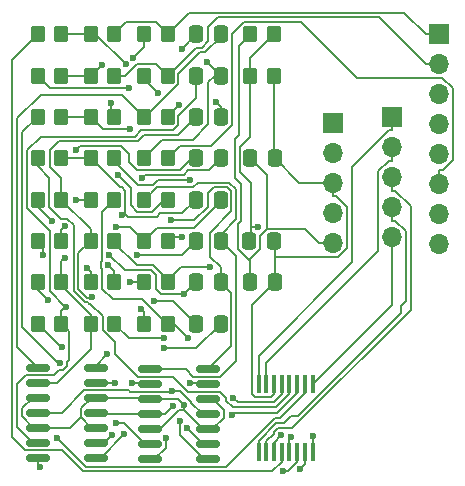
<source format=gbr>
%TF.GenerationSoftware,KiCad,Pcbnew,8.0.4*%
%TF.CreationDate,2024-08-15T03:18:53+02:00*%
%TF.ProjectId,breakout_dac,62726561-6b6f-4757-945f-6461632e6b69,rev?*%
%TF.SameCoordinates,Original*%
%TF.FileFunction,Copper,L1,Top*%
%TF.FilePolarity,Positive*%
%FSLAX46Y46*%
G04 Gerber Fmt 4.6, Leading zero omitted, Abs format (unit mm)*
G04 Created by KiCad (PCBNEW 8.0.4) date 2024-08-15 03:18:53*
%MOMM*%
%LPD*%
G01*
G04 APERTURE LIST*
G04 Aperture macros list*
%AMRoundRect*
0 Rectangle with rounded corners*
0 $1 Rounding radius*
0 $2 $3 $4 $5 $6 $7 $8 $9 X,Y pos of 4 corners*
0 Add a 4 corners polygon primitive as box body*
4,1,4,$2,$3,$4,$5,$6,$7,$8,$9,$2,$3,0*
0 Add four circle primitives for the rounded corners*
1,1,$1+$1,$2,$3*
1,1,$1+$1,$4,$5*
1,1,$1+$1,$6,$7*
1,1,$1+$1,$8,$9*
0 Add four rect primitives between the rounded corners*
20,1,$1+$1,$2,$3,$4,$5,0*
20,1,$1+$1,$4,$5,$6,$7,0*
20,1,$1+$1,$6,$7,$8,$9,0*
20,1,$1+$1,$8,$9,$2,$3,0*%
G04 Aperture macros list end*
%TA.AperFunction,ComponentPad*%
%ADD10O,1.700000X1.700000*%
%TD*%
%TA.AperFunction,ComponentPad*%
%ADD11R,1.700000X1.700000*%
%TD*%
%TA.AperFunction,SMDPad,CuDef*%
%ADD12RoundRect,0.051250X0.153750X-0.733750X0.153750X0.733750X-0.153750X0.733750X-0.153750X-0.733750X0*%
%TD*%
%TA.AperFunction,SMDPad,CuDef*%
%ADD13RoundRect,0.150000X-0.835000X-0.150000X0.835000X-0.150000X0.835000X0.150000X-0.835000X0.150000X0*%
%TD*%
%TA.AperFunction,SMDPad,CuDef*%
%ADD14RoundRect,0.150000X0.835000X0.150000X-0.835000X0.150000X-0.835000X-0.150000X0.835000X-0.150000X0*%
%TD*%
%TA.AperFunction,SMDPad,CuDef*%
%ADD15RoundRect,0.250000X-0.350000X-0.450000X0.350000X-0.450000X0.350000X0.450000X-0.350000X0.450000X0*%
%TD*%
%TA.AperFunction,SMDPad,CuDef*%
%ADD16RoundRect,0.250000X-0.337500X-0.475000X0.337500X-0.475000X0.337500X0.475000X-0.337500X0.475000X0*%
%TD*%
%TA.AperFunction,ViaPad*%
%ADD17C,0.600000*%
%TD*%
%TA.AperFunction,Conductor*%
%ADD18C,0.200000*%
%TD*%
G04 APERTURE END LIST*
D10*
%TO.P,VOUT_DAC1,8,Pin_8*%
%TO.N,/CVH_DAC*%
X96500000Y-109240000D03*
%TO.P,VOUT_DAC1,7,Pin_7*%
%TO.N,/CVG_DAC*%
X96500000Y-106700000D03*
%TO.P,VOUT_DAC1,6,Pin_6*%
%TO.N,/CVF_DAC*%
X96500000Y-104160000D03*
%TO.P,VOUT_DAC1,5,Pin_5*%
%TO.N,/CVE_DAC*%
X96500000Y-101620000D03*
%TO.P,VOUT_DAC1,4,Pin_4*%
%TO.N,/CVD_DAC*%
X96500000Y-99080000D03*
%TO.P,VOUT_DAC1,3,Pin_3*%
%TO.N,/CVC_DAC*%
X96500000Y-96540000D03*
%TO.P,VOUT_DAC1,2,Pin_2*%
%TO.N,/CVB_DAC*%
X96500000Y-94000000D03*
D11*
%TO.P,VOUT_DAC1,1,Pin_1*%
%TO.N,/CVA_DAC*%
X96500000Y-91460000D03*
%TD*%
D12*
%TO.P,dac,1,~{LDAC}*%
%TO.N,/LDAC_DAC*%
X81225000Y-126870000D03*
%TO.P,dac,2,~{SYNC}*%
%TO.N,/SYNC_DAC*%
X81875000Y-126870000D03*
%TO.P,dac,3,AVDD*%
%TO.N,/VDD_DAC*%
X82525000Y-126870000D03*
%TO.P,dac,4,VOUTA*%
%TO.N,/VOUTA_DAC*%
X83175000Y-126870000D03*
%TO.P,dac,5,VOUTC*%
%TO.N,/VOUTC_DAC*%
X83825000Y-126870000D03*
%TO.P,dac,6,VOUTE*%
%TO.N,/VOUTE_DAC*%
X84475000Y-126870000D03*
%TO.P,dac,7,VOUTG*%
%TO.N,/VOUTG_DAC*%
X85125000Y-126870000D03*
%TO.P,dac,8,VREFIN/VREFOUT*%
%TO.N,/VREF_2V5_DAC*%
X85775000Y-126870000D03*
%TO.P,dac,9,~{CLR}*%
%TO.N,/CLR_DAC*%
X85775000Y-121130000D03*
%TO.P,dac,10,VOUTH*%
%TO.N,/VOUTH_DAC*%
X85125000Y-121130000D03*
%TO.P,dac,11,VOUTF*%
%TO.N,/VOUTF_DAC*%
X84475000Y-121130000D03*
%TO.P,dac,12,VOUTD*%
%TO.N,/VOUTD_DAC*%
X83825000Y-121130000D03*
%TO.P,dac,13,VOUTB*%
%TO.N,/VOUTB_DAC*%
X83175000Y-121130000D03*
%TO.P,dac,14,GND*%
%TO.N,GND*%
X82525000Y-121130000D03*
%TO.P,dac,15,DIN*%
%TO.N,/DIN_DAC*%
X81875000Y-121130000D03*
%TO.P,dac,16,SCLK*%
%TO.N,/SCLK_DAC*%
X81225000Y-121130000D03*
%TD*%
D13*
%TO.P,opa2,1*%
%TO.N,Net-(C8-Pad2)*%
X62500000Y-119730000D03*
%TO.P,opa2,2*%
%TO.N,Net-(C8-Pad1)*%
X62500000Y-121000000D03*
%TO.P,opa2,3*%
%TO.N,/VBIAS_DAC*%
X62500000Y-122270000D03*
%TO.P,opa2,4*%
%TO.N,/V+DAC*%
X62500000Y-123540000D03*
%TO.P,opa2,5*%
%TO.N,/VBIAS_DAC*%
X62500000Y-124810000D03*
%TO.P,opa2,6*%
%TO.N,Net-(C9-Pad1)*%
X62500000Y-126080000D03*
%TO.P,opa2,7*%
%TO.N,Net-(C9-Pad2)*%
X62500000Y-127350000D03*
%TO.P,opa2,8*%
%TO.N,Net-(C10-Pad2)*%
X67450000Y-127350000D03*
%TO.P,opa2,9*%
%TO.N,Net-(C10-Pad1)*%
X67450000Y-126080000D03*
%TO.P,opa2,10*%
%TO.N,/VBIAS_DAC*%
X67450000Y-124810000D03*
%TO.P,opa2,11*%
%TO.N,/V-DAC*%
X67450000Y-123540000D03*
%TO.P,opa2,12*%
%TO.N,/VBIAS_DAC*%
X67450000Y-122270000D03*
%TO.P,opa2,13*%
%TO.N,Net-(C4-Pad1)*%
X67450000Y-121000000D03*
%TO.P,opa2,14*%
%TO.N,Net-(C4-Pad2)*%
X67450000Y-119730000D03*
%TD*%
D14*
%TO.P,opa1,1*%
%TO.N,Net-(C1-Pad2)*%
X76925000Y-127500000D03*
%TO.P,opa1,2*%
%TO.N,Net-(C1-Pad1)*%
X76925000Y-126230000D03*
%TO.P,opa1,3*%
%TO.N,/VBIAS_DAC*%
X76925000Y-124960000D03*
%TO.P,opa1,4*%
%TO.N,/V+DAC*%
X76925000Y-123690000D03*
%TO.P,opa1,5*%
%TO.N,/VBIAS_DAC*%
X76925000Y-122420000D03*
%TO.P,opa1,6*%
%TO.N,Net-(C2-Pad1)*%
X76925000Y-121150000D03*
%TO.P,opa1,7*%
%TO.N,Net-(C2-Pad2)*%
X76925000Y-119880000D03*
%TO.P,opa1,8*%
%TO.N,Net-(C3-Pad2)*%
X71975000Y-119880000D03*
%TO.P,opa1,9*%
%TO.N,Net-(C3-Pad1)*%
X71975000Y-121150000D03*
%TO.P,opa1,10*%
%TO.N,/VBIAS_DAC*%
X71975000Y-122420000D03*
%TO.P,opa1,11*%
%TO.N,/V-DAC*%
X71975000Y-123690000D03*
%TO.P,opa1,12*%
%TO.N,/VBIAS_DAC*%
X71975000Y-124960000D03*
%TO.P,opa1,13*%
%TO.N,Net-(C11-Pad1)*%
X71975000Y-126230000D03*
%TO.P,opa1,14*%
%TO.N,Net-(C11-Pad2)*%
X71975000Y-127500000D03*
%TD*%
D11*
%TO.P,SPIPINS_DAC1,1,Pin_1*%
%TO.N,/SCLK_DAC*%
X92500000Y-98500000D03*
D10*
%TO.P,SPIPINS_DAC1,2,Pin_2*%
%TO.N,/DIN_DAC*%
X92500000Y-101040000D03*
%TO.P,SPIPINS_DAC1,3,Pin_3*%
%TO.N,/SYNC_DAC*%
X92500000Y-103580000D03*
%TO.P,SPIPINS_DAC1,4,Pin_4*%
%TO.N,/LDAC_DAC*%
X92500000Y-106120000D03*
%TO.P,SPIPINS_DAC1,5,Pin_5*%
%TO.N,/CLR_DAC*%
X92500000Y-108660000D03*
%TD*%
D15*
%TO.P,R26,1*%
%TO.N,Net-(C11-Pad2)*%
X71500000Y-116000000D03*
%TO.P,R26,2*%
%TO.N,/CVH_DAC*%
X73500000Y-116000000D03*
%TD*%
%TO.P,R25,1*%
%TO.N,Net-(C10-Pad2)*%
X71500000Y-112500000D03*
%TO.P,R25,2*%
%TO.N,/CVG_DAC*%
X73500000Y-112500000D03*
%TD*%
%TO.P,R24,1*%
%TO.N,Net-(C9-Pad2)*%
X71500000Y-102000000D03*
%TO.P,R24,2*%
%TO.N,/CVF_DAC*%
X73500000Y-102000000D03*
%TD*%
%TO.P,R23,1*%
%TO.N,Net-(C8-Pad2)*%
X71500000Y-98500000D03*
%TO.P,R23,2*%
%TO.N,/CVE_DAC*%
X73500000Y-98500000D03*
%TD*%
%TO.P,R22,1*%
%TO.N,Net-(C11-Pad1)*%
X67000000Y-105500000D03*
%TO.P,R22,2*%
%TO.N,/CVH_DAC*%
X69000000Y-105500000D03*
%TD*%
%TO.P,R21,1*%
%TO.N,Net-(C10-Pad1)*%
X67000000Y-109000000D03*
%TO.P,R21,2*%
%TO.N,/CVG_DAC*%
X69000000Y-109000000D03*
%TD*%
%TO.P,R20,1*%
%TO.N,Net-(C9-Pad1)*%
X67000000Y-112500000D03*
%TO.P,R20,2*%
%TO.N,/CVF_DAC*%
X69000000Y-112500000D03*
%TD*%
%TO.P,R19,1*%
%TO.N,Net-(C8-Pad1)*%
X67000000Y-116000000D03*
%TO.P,R19,2*%
%TO.N,/CVE_DAC*%
X69000000Y-116000000D03*
%TD*%
%TO.P,R18,1*%
%TO.N,/VREF_2V5_DAC*%
X80500000Y-91500000D03*
%TO.P,R18,2*%
%TO.N,/VBIAS_DAC*%
X82500000Y-91500000D03*
%TD*%
%TO.P,R17,1*%
%TO.N,/VBIAS_DAC*%
X80500000Y-95000000D03*
%TO.P,R17,2*%
%TO.N,GND*%
X82500000Y-95000000D03*
%TD*%
%TO.P,R16,1*%
%TO.N,/VOUTH_DAC*%
X62500000Y-109000000D03*
%TO.P,R16,2*%
%TO.N,Net-(C11-Pad1)*%
X64500000Y-109000000D03*
%TD*%
%TO.P,R15,1*%
%TO.N,/VOUTG_DAC*%
X62500000Y-105500000D03*
%TO.P,R15,2*%
%TO.N,Net-(C10-Pad1)*%
X64500000Y-105500000D03*
%TD*%
%TO.P,R14,2*%
%TO.N,Net-(C9-Pad1)*%
X64500000Y-116000000D03*
%TO.P,R14,1*%
%TO.N,/VOUTF_DAC*%
X62500000Y-116000000D03*
%TD*%
%TO.P,R13,1*%
%TO.N,/VOUTE_DAC*%
X62500000Y-112500000D03*
%TO.P,R13,2*%
%TO.N,Net-(C8-Pad1)*%
X64500000Y-112500000D03*
%TD*%
%TO.P,R12,1*%
%TO.N,Net-(C4-Pad2)*%
X71500000Y-109000000D03*
%TO.P,R12,2*%
%TO.N,/CVD_DAC*%
X73500000Y-109000000D03*
%TD*%
%TO.P,R11,1*%
%TO.N,Net-(C3-Pad2)*%
X71500000Y-105500000D03*
%TO.P,R11,2*%
%TO.N,/CVC_DAC*%
X73500000Y-105500000D03*
%TD*%
%TO.P,R10,1*%
%TO.N,Net-(C2-Pad2)*%
X71500000Y-95000000D03*
%TO.P,R10,2*%
%TO.N,/CVB_DAC*%
X73500000Y-95000000D03*
%TD*%
%TO.P,R9,1*%
%TO.N,Net-(C1-Pad2)*%
X71500000Y-91500000D03*
%TO.P,R9,2*%
%TO.N,/CVA_DAC*%
X73500000Y-91500000D03*
%TD*%
%TO.P,R8,1*%
%TO.N,Net-(C4-Pad1)*%
X67000000Y-102000000D03*
%TO.P,R8,2*%
%TO.N,/CVD_DAC*%
X69000000Y-102000000D03*
%TD*%
%TO.P,R7,1*%
%TO.N,Net-(C3-Pad1)*%
X67000000Y-98500000D03*
%TO.P,R7,2*%
%TO.N,/CVC_DAC*%
X69000000Y-98500000D03*
%TD*%
%TO.P,R6,1*%
%TO.N,Net-(C2-Pad1)*%
X67000000Y-95000000D03*
%TO.P,R6,2*%
%TO.N,/CVB_DAC*%
X69000000Y-95000000D03*
%TD*%
%TO.P,R5,1*%
%TO.N,Net-(C1-Pad1)*%
X67000000Y-91500000D03*
%TO.P,R5,2*%
%TO.N,/CVA_DAC*%
X69000000Y-91500000D03*
%TD*%
%TO.P,R4,1*%
%TO.N,/VOUTD_DAC*%
X62500000Y-102000000D03*
%TO.P,R4,2*%
%TO.N,Net-(C4-Pad1)*%
X64500000Y-102000000D03*
%TD*%
%TO.P,R3,1*%
%TO.N,/VOUTC_DAC*%
X62500000Y-98500000D03*
%TO.P,R3,2*%
%TO.N,Net-(C3-Pad1)*%
X64500000Y-98500000D03*
%TD*%
%TO.P,R2,1*%
%TO.N,/VOUTB_DAC*%
X62500000Y-95000000D03*
%TO.P,R2,2*%
%TO.N,Net-(C2-Pad1)*%
X64500000Y-95000000D03*
%TD*%
%TO.P,R1,1*%
%TO.N,/VOUTA_DAC*%
X62500000Y-91500000D03*
%TO.P,R1,2*%
%TO.N,Net-(C1-Pad1)*%
X64500000Y-91500000D03*
%TD*%
D11*
%TO.P,PWRPINS_DAC1,1,Pin_1*%
%TO.N,/V+DAC*%
X87500000Y-99000000D03*
D10*
%TO.P,PWRPINS_DAC1,2,Pin_2*%
%TO.N,/V-DAC*%
X87500000Y-101540000D03*
%TO.P,PWRPINS_DAC1,3,Pin_3*%
%TO.N,GND*%
X87500000Y-104080000D03*
%TO.P,PWRPINS_DAC1,4,Pin_4*%
%TO.N,/VDD_DAC*%
X87500000Y-106620000D03*
%TO.P,PWRPINS_DAC1,5,Pin_5*%
%TO.N,/VREF_2V5_DAC*%
X87500000Y-109160000D03*
%TD*%
D16*
%TO.P,C11,2*%
%TO.N,Net-(C11-Pad2)*%
X78000000Y-102000000D03*
%TO.P,C11,1*%
%TO.N,Net-(C11-Pad1)*%
X75925000Y-102000000D03*
%TD*%
%TO.P,C10,2*%
%TO.N,Net-(C10-Pad2)*%
X78000000Y-98500000D03*
%TO.P,C10,1*%
%TO.N,Net-(C10-Pad1)*%
X75925000Y-98500000D03*
%TD*%
%TO.P,C9,2*%
%TO.N,Net-(C9-Pad2)*%
X78000000Y-95000000D03*
%TO.P,C9,1*%
%TO.N,Net-(C9-Pad1)*%
X75925000Y-95000000D03*
%TD*%
%TO.P,C8,2*%
%TO.N,Net-(C8-Pad2)*%
X78000000Y-91500000D03*
%TO.P,C8,1*%
%TO.N,Net-(C8-Pad1)*%
X75925000Y-91500000D03*
%TD*%
%TO.P,C7,1*%
%TO.N,/VBIAS_DAC*%
X80425000Y-109000000D03*
%TO.P,C7,2*%
%TO.N,GND*%
X82500000Y-109000000D03*
%TD*%
%TO.P,C6,1*%
%TO.N,/VREF_2V5_DAC*%
X80500000Y-102000000D03*
%TO.P,C6,2*%
%TO.N,GND*%
X82575000Y-102000000D03*
%TD*%
%TO.P,C5,1*%
%TO.N,/VREF_2V5_DAC*%
X80500000Y-112500000D03*
%TO.P,C5,2*%
%TO.N,GND*%
X82575000Y-112500000D03*
%TD*%
%TO.P,C4,2*%
%TO.N,Net-(C4-Pad2)*%
X78000000Y-105500000D03*
%TO.P,C4,1*%
%TO.N,Net-(C4-Pad1)*%
X75925000Y-105500000D03*
%TD*%
%TO.P,C3,2*%
%TO.N,Net-(C3-Pad2)*%
X78000000Y-109000000D03*
%TO.P,C3,1*%
%TO.N,Net-(C3-Pad1)*%
X75925000Y-109000000D03*
%TD*%
%TO.P,C2,2*%
%TO.N,Net-(C2-Pad2)*%
X78000000Y-112500000D03*
%TO.P,C2,1*%
%TO.N,Net-(C2-Pad1)*%
X75925000Y-112500000D03*
%TD*%
%TO.P,C1,2*%
%TO.N,Net-(C1-Pad2)*%
X78000000Y-116000000D03*
%TO.P,C1,1*%
%TO.N,Net-(C1-Pad1)*%
X75925000Y-116000000D03*
%TD*%
D17*
%TO.N,/CVH_DAC*%
X75245000Y-117204000D03*
%TO.N,/CVG_DAC*%
X77124900Y-111201000D03*
%TO.N,/CVF_DAC*%
X68478400Y-111037000D03*
%TO.N,/CVE_DAC*%
X74433600Y-97534800D03*
X73235400Y-117203000D03*
%TO.N,/VOUTH_DAC*%
X62951600Y-110229000D03*
X64147500Y-125672000D03*
%TO.N,/VOUTG_DAC*%
X63746600Y-107340000D03*
X84711600Y-128323000D03*
%TO.N,/VOUTF_DAC*%
X64551600Y-117962000D03*
X78921200Y-123752000D03*
%TO.N,/VOUTE_DAC*%
X63346600Y-113984000D03*
X83296600Y-128470000D03*
%TO.N,/CVD_DAC*%
X75380800Y-103838000D03*
X74767200Y-108634000D03*
%TO.N,/CVC_DAC*%
X68734200Y-97293200D03*
X69283300Y-103420000D03*
%TO.N,/VOUTC_DAC*%
X64395000Y-119310000D03*
X83955400Y-125562000D03*
%TO.N,/VOUTB_DAC*%
X70239900Y-96068800D03*
X79080900Y-122290000D03*
%TO.N,/VDD_DAC*%
X83139100Y-125454000D03*
%TO.N,/V+DAC*%
X73837800Y-121694000D03*
%TO.N,/V-DAC*%
X73955300Y-122983000D03*
%TO.N,Net-(C11-Pad1)*%
X64798300Y-107764000D03*
X69106300Y-124420000D03*
X65786800Y-105521000D03*
X65786800Y-101282000D03*
%TO.N,Net-(C11-Pad2)*%
X71282500Y-114741000D03*
X71336200Y-103680000D03*
X73337000Y-125663000D03*
%TO.N,Net-(C10-Pad2)*%
X70294500Y-112500000D03*
X77567800Y-97226300D03*
X69840400Y-125340000D03*
%TO.N,Net-(C10-Pad1)*%
X67128800Y-113736000D03*
X68791500Y-125403000D03*
%TO.N,Net-(C9-Pad1)*%
X64896100Y-114564000D03*
X66648400Y-111297000D03*
%TO.N,Net-(C9-Pad2)*%
X76816500Y-93884100D03*
X62713000Y-128155000D03*
%TO.N,Net-(C8-Pad1)*%
X74688400Y-92736600D03*
X64816700Y-110414000D03*
%TO.N,/VBIAS_DAC*%
X81159700Y-107834000D03*
X74894700Y-122875000D03*
%TO.N,/VREF_2V5_DAC*%
X85803600Y-125556000D03*
%TO.N,Net-(C4-Pad1)*%
X69057600Y-121000000D03*
X69685300Y-106844000D03*
%TO.N,Net-(C4-Pad2)*%
X69158900Y-107787000D03*
X68414100Y-118586000D03*
%TO.N,Net-(C3-Pad1)*%
X70876000Y-110207000D03*
X70340500Y-99560100D03*
X70487500Y-121049000D03*
%TO.N,Net-(C2-Pad2)*%
X73833600Y-107271000D03*
X72670200Y-96443900D03*
%TO.N,Net-(C2-Pad1)*%
X67953000Y-94081800D03*
X68582000Y-110213000D03*
X74893400Y-113528000D03*
X75382700Y-121062000D03*
%TO.N,Net-(C1-Pad2)*%
X73187300Y-118049000D03*
X70565000Y-93475700D03*
X74514800Y-124219000D03*
%TO.N,Net-(C1-Pad1)*%
X75117000Y-124823000D03*
X69953200Y-94054400D03*
X72336000Y-114064000D03*
%TD*%
D18*
%TO.N,/SYNC_DAC*%
X81875000Y-125979000D02*
X81875000Y-126870000D01*
X82535800Y-125319000D02*
X81875000Y-125979000D01*
X82535800Y-125205000D02*
X82535800Y-125319000D01*
X82888400Y-124853000D02*
X82535800Y-125205000D01*
X84069500Y-124853000D02*
X82888400Y-124853000D01*
X94073900Y-114848000D02*
X84069500Y-124853000D01*
X94073900Y-106018000D02*
X94073900Y-114848000D01*
X92787900Y-104732000D02*
X94073900Y-106018000D01*
X92500000Y-104732000D02*
X92787900Y-104732000D01*
X92500000Y-103580000D02*
X92500000Y-104732000D01*
%TO.N,/LDAC_DAC*%
X81225000Y-125948000D02*
X81225000Y-126870000D01*
X82722100Y-124451000D02*
X81225000Y-125948000D01*
X83337400Y-124451000D02*
X82722100Y-124451000D01*
X83968700Y-123820000D02*
X83337400Y-124451000D01*
X84534500Y-123820000D02*
X83968700Y-123820000D01*
X93270500Y-115084000D02*
X84534500Y-123820000D01*
X93270500Y-114516000D02*
X93270500Y-115084000D01*
X93672200Y-114114000D02*
X93270500Y-114516000D01*
X93672200Y-108180000D02*
X93672200Y-114114000D01*
X92764100Y-107272000D02*
X93672200Y-108180000D01*
X92500000Y-107272000D02*
X92764100Y-107272000D01*
X92500000Y-106120000D02*
X92500000Y-107272000D01*
%TO.N,/SCLK_DAC*%
X81225000Y-118725000D02*
X81225000Y-121130000D01*
X89146500Y-110804000D02*
X81225000Y-118725000D01*
X89146500Y-102717000D02*
X89146500Y-110804000D01*
X92212100Y-99651700D02*
X89146500Y-102717000D01*
X92500000Y-99651700D02*
X92212100Y-99651700D01*
X92500000Y-98500000D02*
X92500000Y-99651700D01*
%TO.N,/DIN_DAC*%
X81875000Y-119352000D02*
X81875000Y-121130000D01*
X91348300Y-109879000D02*
X81875000Y-119352000D01*
X91348300Y-103055000D02*
X91348300Y-109879000D01*
X92212000Y-102192000D02*
X91348300Y-103055000D01*
X92500000Y-102192000D02*
X92212000Y-102192000D01*
X92500000Y-101040000D02*
X92500000Y-102192000D01*
%TO.N,/CLR_DAC*%
X92500000Y-114405000D02*
X85775000Y-121130000D01*
X92500000Y-108660000D02*
X92500000Y-114405000D01*
%TO.N,/CVH_DAC*%
X73420700Y-116000000D02*
X73500000Y-116000000D01*
X71358700Y-113938000D02*
X73420700Y-116000000D01*
X68845700Y-113938000D02*
X71358700Y-113938000D01*
X67980200Y-113072000D02*
X68845700Y-113938000D01*
X67980200Y-111389000D02*
X67980200Y-113072000D01*
X67876700Y-111286000D02*
X67980200Y-111389000D01*
X67876700Y-110788000D02*
X67876700Y-111286000D01*
X67980200Y-110684000D02*
X67876700Y-110788000D01*
X67980200Y-106520000D02*
X67980200Y-110684000D01*
X69000000Y-105500000D02*
X67980200Y-106520000D01*
X74040900Y-116000000D02*
X75245000Y-117204000D01*
X73500000Y-116000000D02*
X74040900Y-116000000D01*
%TO.N,/CVG_DAC*%
X73500000Y-112343000D02*
X73500000Y-112500000D01*
X74642000Y-111201000D02*
X77124900Y-111201000D01*
X73500000Y-112343000D02*
X74642000Y-111201000D01*
X72232800Y-111076000D02*
X73500000Y-112343000D01*
X70894000Y-111076000D02*
X72232800Y-111076000D01*
X69000000Y-109182000D02*
X70894000Y-111076000D01*
X69000000Y-109000000D02*
X69000000Y-109182000D01*
%TO.N,/CVF_DAC*%
X74560400Y-100940000D02*
X73500000Y-102000000D01*
X77171900Y-100940000D02*
X74560400Y-100940000D01*
X78922700Y-99188800D02*
X77171900Y-100940000D01*
X78922700Y-91495800D02*
X78922700Y-99188800D01*
X79941700Y-90476800D02*
X78922700Y-91495800D01*
X84841200Y-90476800D02*
X79941700Y-90476800D01*
X89536200Y-95171800D02*
X84841200Y-90476800D01*
X96776700Y-95171800D02*
X89536200Y-95171800D01*
X97663500Y-96058600D02*
X96776700Y-95171800D01*
X97663500Y-102133000D02*
X97663500Y-96058600D01*
X96787900Y-103008000D02*
X97663500Y-102133000D01*
X96500000Y-103008000D02*
X96787900Y-103008000D01*
X96500000Y-104160000D02*
X96500000Y-103008000D01*
X69000000Y-111558000D02*
X68478400Y-111037000D01*
X69000000Y-112500000D02*
X69000000Y-111558000D01*
%TO.N,/CVE_DAC*%
X73500000Y-98468400D02*
X74433600Y-97534800D01*
X73500000Y-98500000D02*
X73500000Y-98468400D01*
X70203000Y-117203000D02*
X73235400Y-117203000D01*
X69000000Y-116000000D02*
X70203000Y-117203000D01*
%TO.N,/VOUTH_DAC*%
X85125000Y-121883000D02*
X85125000Y-121130000D01*
X83017600Y-123990000D02*
X85125000Y-121883000D01*
X82567500Y-123990000D02*
X83017600Y-123990000D01*
X78441500Y-128116000D02*
X82567500Y-123990000D01*
X66591700Y-128116000D02*
X78441500Y-128116000D01*
X64147500Y-125672000D02*
X66591700Y-128116000D01*
X62951600Y-109452000D02*
X62951600Y-110229000D01*
X62500000Y-109000000D02*
X62951600Y-109452000D01*
%TO.N,/VOUTG_DAC*%
X85125000Y-127909000D02*
X84711600Y-128323000D01*
X85125000Y-126870000D02*
X85125000Y-127909000D01*
X62500000Y-106094000D02*
X63746600Y-107340000D01*
X62500000Y-105500000D02*
X62500000Y-106094000D01*
%TO.N,/VOUTF_DAC*%
X84475000Y-121915000D02*
X84475000Y-121130000D01*
X82801100Y-123589000D02*
X84475000Y-121915000D01*
X79084800Y-123589000D02*
X82801100Y-123589000D01*
X78921200Y-123752000D02*
X79084800Y-123589000D01*
X64461900Y-117962000D02*
X64551600Y-117962000D01*
X62500000Y-116000000D02*
X64461900Y-117962000D01*
%TO.N,/VOUTE_DAC*%
X83696900Y-128470000D02*
X83296600Y-128470000D01*
X84475000Y-127692000D02*
X83696900Y-128470000D01*
X84475000Y-126870000D02*
X84475000Y-127692000D01*
X62500000Y-113137000D02*
X63346600Y-113984000D01*
X62500000Y-112500000D02*
X62500000Y-113137000D01*
%TO.N,/CVD_DAC*%
X73866000Y-108634000D02*
X73500000Y-109000000D01*
X74767200Y-108634000D02*
X73866000Y-108634000D01*
X72682100Y-103838000D02*
X75380800Y-103838000D01*
X72236600Y-104283000D02*
X72682100Y-103838000D01*
X71009700Y-104283000D02*
X72236600Y-104283000D01*
X69000000Y-102274000D02*
X71009700Y-104283000D01*
X69000000Y-102000000D02*
X69000000Y-102274000D01*
%TO.N,/CVC_DAC*%
X68734200Y-98234200D02*
X68734200Y-97293200D01*
X69000000Y-98500000D02*
X68734200Y-98234200D01*
X73231300Y-105500000D02*
X73500000Y-105500000D01*
X72214600Y-106517000D02*
X73231300Y-105500000D01*
X70935100Y-106517000D02*
X72214600Y-106517000D01*
X70391000Y-105973000D02*
X70935100Y-106517000D01*
X70391000Y-104528000D02*
X70391000Y-105973000D01*
X69283300Y-103420000D02*
X70391000Y-104528000D01*
%TO.N,/CVB_DAC*%
X72497300Y-93997300D02*
X73500000Y-95000000D01*
X70921100Y-93997300D02*
X72497300Y-93997300D01*
X69918400Y-95000000D02*
X70921100Y-93997300D01*
X69000000Y-95000000D02*
X69918400Y-95000000D01*
X75875500Y-92624500D02*
X73500000Y-95000000D01*
X76449100Y-92624500D02*
X75875500Y-92624500D01*
X76962500Y-92111100D02*
X76449100Y-92624500D01*
X76962500Y-90918900D02*
X76962500Y-92111100D01*
X77810800Y-90070600D02*
X76962500Y-90918900D01*
X91418900Y-90070600D02*
X77810800Y-90070600D01*
X95348300Y-94000000D02*
X91418900Y-90070600D01*
X96500000Y-94000000D02*
X95348300Y-94000000D01*
%TO.N,/CVA_DAC*%
X72488900Y-90488900D02*
X73500000Y-91500000D01*
X70011100Y-90488900D02*
X72488900Y-90488900D01*
X69000000Y-91500000D02*
X70011100Y-90488900D01*
X75335600Y-89664400D02*
X73500000Y-91500000D01*
X93552700Y-89664400D02*
X75335600Y-89664400D01*
X95348300Y-91460000D02*
X93552700Y-89664400D01*
X96500000Y-91460000D02*
X95348300Y-91460000D01*
%TO.N,/VOUTD_DAC*%
X83825000Y-121956000D02*
X83825000Y-121130000D01*
X82715700Y-123065000D02*
X83825000Y-121956000D01*
X79005200Y-123065000D02*
X82715700Y-123065000D01*
X78479200Y-122539000D02*
X79005200Y-123065000D01*
X78479200Y-122327000D02*
X78479200Y-122539000D01*
X77937500Y-121785000D02*
X78479200Y-122327000D01*
X75254900Y-121785000D02*
X77937500Y-121785000D01*
X73990500Y-120521000D02*
X75254900Y-121785000D01*
X70987300Y-120521000D02*
X73990500Y-120521000D01*
X69015800Y-118549000D02*
X70987300Y-120521000D01*
X69015800Y-117599000D02*
X69015800Y-118549000D01*
X68000000Y-116583000D02*
X69015800Y-117599000D01*
X68000000Y-115372000D02*
X68000000Y-116583000D01*
X66966000Y-114338000D02*
X68000000Y-115372000D01*
X66879700Y-114338000D02*
X66966000Y-114338000D01*
X66747400Y-114206000D02*
X66879700Y-114338000D01*
X66524700Y-114206000D02*
X66747400Y-114206000D01*
X65542700Y-113224000D02*
X66524700Y-114206000D01*
X65542700Y-107650000D02*
X65542700Y-113224000D01*
X65022100Y-107129000D02*
X65542700Y-107650000D01*
X64494900Y-107129000D02*
X65022100Y-107129000D01*
X63500000Y-106134000D02*
X64494900Y-107129000D01*
X63500000Y-103636000D02*
X63500000Y-106134000D01*
X62500000Y-102636000D02*
X63500000Y-103636000D01*
X62500000Y-102000000D02*
X62500000Y-102636000D01*
%TO.N,/VOUTC_DAC*%
X83825000Y-125692000D02*
X83825000Y-126870000D01*
X83955400Y-125562000D02*
X83825000Y-125692000D01*
X64205500Y-119310000D02*
X64395000Y-119310000D01*
X61180300Y-116284000D02*
X64205500Y-119310000D01*
X61180300Y-99819700D02*
X61180300Y-116284000D01*
X62500000Y-98500000D02*
X61180300Y-99819700D01*
%TO.N,/VOUTB_DAC*%
X83175000Y-121952000D02*
X83175000Y-121130000D01*
X82472900Y-122654000D02*
X83175000Y-121952000D01*
X79445200Y-122654000D02*
X82472900Y-122654000D01*
X79080900Y-122290000D02*
X79445200Y-122654000D01*
X63568800Y-96068800D02*
X62500000Y-95000000D01*
X70239900Y-96068800D02*
X63568800Y-96068800D01*
%TO.N,/VOUTA_DAC*%
X83175000Y-127706000D02*
X83175000Y-126870000D01*
X82362600Y-128518000D02*
X83175000Y-127706000D01*
X66327800Y-128518000D02*
X82362600Y-128518000D01*
X64524700Y-126715000D02*
X66327800Y-128518000D01*
X61449800Y-126715000D02*
X64524700Y-126715000D01*
X60354000Y-125619000D02*
X61449800Y-126715000D01*
X60354000Y-93646000D02*
X60354000Y-125619000D01*
X62500000Y-91500000D02*
X60354000Y-93646000D01*
%TO.N,/VDD_DAC*%
X82525000Y-126068000D02*
X83139100Y-125454000D01*
X82525000Y-126870000D02*
X82525000Y-126068000D01*
%TO.N,/V+DAC*%
X74576300Y-121694000D02*
X73837800Y-121694000D01*
X75496500Y-122614000D02*
X74576300Y-121694000D01*
X75496500Y-122716000D02*
X75496500Y-122614000D01*
X76470800Y-123690000D02*
X75496500Y-122716000D01*
X76925000Y-123690000D02*
X76470800Y-123690000D01*
X64545600Y-123540000D02*
X62500000Y-123540000D01*
X66450600Y-121635000D02*
X64545600Y-123540000D01*
X70222800Y-121635000D02*
X66450600Y-121635000D01*
X70352600Y-121765000D02*
X70222800Y-121635000D01*
X73766800Y-121765000D02*
X70352600Y-121765000D01*
X73837800Y-121694000D02*
X73766800Y-121765000D01*
%TO.N,/V-DAC*%
X73248600Y-123690000D02*
X71975000Y-123690000D01*
X73955300Y-122983000D02*
X73248600Y-123690000D01*
X67600000Y-123690000D02*
X67450000Y-123540000D01*
X71975000Y-123690000D02*
X67600000Y-123690000D01*
%TO.N,Net-(C11-Pad1)*%
X64500000Y-108062000D02*
X64500000Y-109000000D01*
X64798300Y-107764000D02*
X64500000Y-108062000D01*
X66978700Y-105521000D02*
X67000000Y-105500000D01*
X65786800Y-105521000D02*
X66978700Y-105521000D01*
X66087300Y-100981000D02*
X65786800Y-101282000D01*
X69565900Y-100981000D02*
X66087300Y-100981000D01*
X70250000Y-101665000D02*
X69565900Y-100981000D01*
X70250000Y-102332000D02*
X70250000Y-101665000D01*
X70920700Y-103003000D02*
X70250000Y-102332000D01*
X74596200Y-103003000D02*
X70920700Y-103003000D01*
X75598900Y-102000000D02*
X74596200Y-103003000D01*
X75925000Y-102000000D02*
X75598900Y-102000000D01*
X69809800Y-124420000D02*
X69106300Y-124420000D01*
X71620300Y-126230000D02*
X69809800Y-124420000D01*
X71975000Y-126230000D02*
X71620300Y-126230000D01*
%TO.N,Net-(C11-Pad2)*%
X71500000Y-114958000D02*
X71282500Y-114741000D01*
X71500000Y-116000000D02*
X71500000Y-114958000D01*
X72391700Y-127500000D02*
X71975000Y-127500000D01*
X73337000Y-126555000D02*
X72391700Y-127500000D01*
X73337000Y-125663000D02*
X73337000Y-126555000D01*
X76972300Y-103028000D02*
X78000000Y-102000000D01*
X75256300Y-103028000D02*
X76972300Y-103028000D01*
X74879500Y-103404000D02*
X75256300Y-103028000D01*
X71611300Y-103404000D02*
X74879500Y-103404000D01*
X71336200Y-103680000D02*
X71611300Y-103404000D01*
%TO.N,Net-(C10-Pad2)*%
X78000000Y-97658500D02*
X77567800Y-97226300D01*
X78000000Y-98500000D02*
X78000000Y-97658500D01*
X71500000Y-112500000D02*
X70294500Y-112500000D01*
X67830400Y-127350000D02*
X67450000Y-127350000D01*
X69840400Y-125340000D02*
X67830400Y-127350000D01*
%TO.N,Net-(C10-Pad1)*%
X67061100Y-113804000D02*
X67128800Y-113736000D01*
X66691000Y-113804000D02*
X67061100Y-113804000D01*
X65944400Y-113058000D02*
X66691000Y-113804000D01*
X65944400Y-110056000D02*
X65944400Y-113058000D01*
X67000000Y-109000000D02*
X65944400Y-110056000D01*
X68114900Y-126080000D02*
X68791500Y-125403000D01*
X67450000Y-126080000D02*
X68114900Y-126080000D01*
X67000000Y-108000000D02*
X67000000Y-109000000D01*
X64500000Y-105500000D02*
X67000000Y-108000000D01*
X64500000Y-103676000D02*
X64500000Y-105500000D01*
X63580300Y-102756000D02*
X64500000Y-103676000D01*
X63580300Y-101331000D02*
X63580300Y-102756000D01*
X64347500Y-100564000D02*
X63580300Y-101331000D01*
X70995000Y-100564000D02*
X64347500Y-100564000D01*
X71532700Y-100026000D02*
X70995000Y-100564000D01*
X74399100Y-100026000D02*
X71532700Y-100026000D01*
X75925000Y-98500000D02*
X74399100Y-100026000D01*
%TO.N,Net-(C9-Pad1)*%
X67000000Y-111649000D02*
X66648400Y-111297000D01*
X67000000Y-112500000D02*
X67000000Y-111649000D01*
X64836100Y-114564000D02*
X64896100Y-114564000D01*
X64500000Y-114900000D02*
X64836100Y-114564000D01*
X64500000Y-116000000D02*
X64500000Y-114900000D01*
X62132200Y-126080000D02*
X62500000Y-126080000D01*
X60783000Y-124731000D02*
X62132200Y-126080000D01*
X60783000Y-121089000D02*
X60783000Y-124731000D01*
X61507300Y-120365000D02*
X60783000Y-121089000D01*
X63898200Y-120365000D02*
X61507300Y-120365000D01*
X64351900Y-119911000D02*
X63898200Y-120365000D01*
X64644200Y-119911000D02*
X64351900Y-119911000D01*
X64996700Y-119559000D02*
X64644200Y-119911000D01*
X64996700Y-119266000D02*
X64996700Y-119559000D01*
X65157700Y-119106000D02*
X64996700Y-119266000D01*
X65157700Y-116658000D02*
X65157700Y-119106000D01*
X64500000Y-116000000D02*
X65157700Y-116658000D01*
X63553400Y-113282000D02*
X64836100Y-114564000D01*
X63553400Y-108144000D02*
X63553400Y-113282000D01*
X61582000Y-106172000D02*
X63553400Y-108144000D01*
X61582000Y-101334000D02*
X61582000Y-106172000D01*
X62753800Y-100162000D02*
X61582000Y-101334000D01*
X70709400Y-100162000D02*
X62753800Y-100162000D01*
X71267100Y-99604100D02*
X70709400Y-100162000D01*
X73979800Y-99604100D02*
X71267100Y-99604100D01*
X74418200Y-99165700D02*
X73979800Y-99604100D01*
X74418200Y-98401300D02*
X74418200Y-99165700D01*
X75925000Y-96894500D02*
X74418200Y-98401300D01*
X75925000Y-95000000D02*
X75925000Y-96894500D01*
%TO.N,Net-(C9-Pad2)*%
X62500000Y-127942000D02*
X62500000Y-127350000D01*
X62713000Y-128155000D02*
X62500000Y-127942000D01*
X77481300Y-95000000D02*
X78000000Y-95000000D01*
X77481300Y-94548900D02*
X76816500Y-93884100D01*
X77481300Y-95000000D02*
X77481300Y-94548900D01*
X76962500Y-95518800D02*
X77481300Y-95000000D01*
X76962500Y-99094400D02*
X76962500Y-95518800D01*
X75619300Y-100438000D02*
X76962500Y-99094400D01*
X73062400Y-100438000D02*
X75619300Y-100438000D01*
X71500000Y-102000000D02*
X73062400Y-100438000D01*
%TO.N,Net-(C8-Pad1)*%
X64500000Y-110731000D02*
X64500000Y-112500000D01*
X64816700Y-110414000D02*
X64500000Y-110731000D01*
X75925000Y-91500000D02*
X74688400Y-92736600D01*
X67000000Y-115249000D02*
X67000000Y-116000000D01*
X64500000Y-112749000D02*
X67000000Y-115249000D01*
X64500000Y-112500000D02*
X64500000Y-112749000D01*
X67000000Y-118124000D02*
X67000000Y-116000000D01*
X64123500Y-121000000D02*
X67000000Y-118124000D01*
X62500000Y-121000000D02*
X64123500Y-121000000D01*
%TO.N,Net-(C8-Pad2)*%
X71605600Y-98500000D02*
X71500000Y-98500000D01*
X74419500Y-95686100D02*
X71605600Y-98500000D01*
X74419500Y-94889700D02*
X74419500Y-95686100D01*
X76283000Y-93026200D02*
X74419500Y-94889700D01*
X76697500Y-93026200D02*
X76283000Y-93026200D01*
X78000000Y-91723700D02*
X76697500Y-93026200D01*
X78000000Y-91500000D02*
X78000000Y-91723700D01*
X60775800Y-118006000D02*
X62500000Y-119730000D01*
X60775800Y-98634900D02*
X60775800Y-118006000D01*
X62748600Y-96662100D02*
X60775800Y-98634900D01*
X69662100Y-96662100D02*
X62748600Y-96662100D01*
X71500000Y-98500000D02*
X69662100Y-96662100D01*
%TO.N,/VBIAS_DAC*%
X77290700Y-124960000D02*
X76925000Y-124960000D01*
X78241900Y-124009000D02*
X77290700Y-124960000D01*
X78241900Y-123354000D02*
X78241900Y-124009000D01*
X77307500Y-122420000D02*
X78241900Y-123354000D01*
X76925000Y-122420000D02*
X77307500Y-122420000D01*
X80569400Y-108856000D02*
X80569400Y-107834000D01*
X80425000Y-109000000D02*
X80569400Y-108856000D01*
X80500000Y-93500000D02*
X82500000Y-91500000D01*
X80500000Y-95000000D02*
X80500000Y-93500000D01*
X80500000Y-100168000D02*
X80500000Y-95000000D01*
X79598200Y-101070000D02*
X80500000Y-100168000D01*
X79598200Y-103153000D02*
X79598200Y-101070000D01*
X80569400Y-104125000D02*
X79598200Y-103153000D01*
X80569400Y-107834000D02*
X80569400Y-104125000D01*
X66161800Y-123184000D02*
X66161800Y-123924000D01*
X67076200Y-122270000D02*
X66161800Y-123184000D01*
X67450000Y-122270000D02*
X67076200Y-122270000D01*
X67047300Y-124810000D02*
X67450000Y-124810000D01*
X66161800Y-123924000D02*
X67047300Y-124810000D01*
X71825000Y-122270000D02*
X71975000Y-122420000D01*
X67450000Y-122270000D02*
X71825000Y-122270000D01*
X80569400Y-107834000D02*
X81159700Y-107834000D01*
X65276300Y-124810000D02*
X62500000Y-124810000D01*
X66161800Y-123924000D02*
X65276300Y-124810000D01*
X62104900Y-122270000D02*
X62500000Y-122270000D01*
X61198700Y-123176000D02*
X62104900Y-122270000D01*
X61198700Y-123863000D02*
X61198700Y-123176000D01*
X62145300Y-124810000D02*
X61198700Y-123863000D01*
X62500000Y-124810000D02*
X62145300Y-124810000D01*
X72013700Y-122381000D02*
X71975000Y-122420000D01*
X74400600Y-122381000D02*
X72013700Y-122381000D01*
X74894700Y-122875000D02*
X74400600Y-122381000D01*
X74894700Y-123337000D02*
X74894700Y-122875000D01*
X74500500Y-123337000D02*
X74894700Y-123337000D01*
X72877700Y-124960000D02*
X74500500Y-123337000D01*
X71975000Y-124960000D02*
X72877700Y-124960000D01*
X76517500Y-124960000D02*
X76925000Y-124960000D01*
X74894700Y-123337000D02*
X76517500Y-124960000D01*
%TO.N,/VREF_2V5_DAC*%
X81891400Y-103391000D02*
X81891400Y-107972000D01*
X80500000Y-102000000D02*
X81891400Y-103391000D01*
X86348300Y-109160000D02*
X87500000Y-109160000D01*
X85160600Y-107972000D02*
X86348300Y-109160000D01*
X81891400Y-107972000D02*
X85160600Y-107972000D01*
X81321000Y-108543000D02*
X81891400Y-107972000D01*
X81321000Y-109701000D02*
X81321000Y-108543000D01*
X80426500Y-110595000D02*
X81321000Y-109701000D01*
X79505300Y-109674000D02*
X80426500Y-110595000D01*
X79505300Y-107565000D02*
X79505300Y-109674000D01*
X79721300Y-107349000D02*
X79505300Y-107565000D01*
X79721300Y-104191000D02*
X79721300Y-107349000D01*
X79184900Y-103654000D02*
X79721300Y-104191000D01*
X79184900Y-100349000D02*
X79184900Y-103654000D01*
X79530100Y-100004000D02*
X79184900Y-100349000D01*
X79530100Y-92469900D02*
X79530100Y-100004000D01*
X80500000Y-91500000D02*
X79530100Y-92469900D01*
X80500000Y-110669000D02*
X80500000Y-112500000D01*
X80426500Y-110595000D02*
X80500000Y-110669000D01*
X85803600Y-126841000D02*
X85775000Y-126870000D01*
X85803600Y-125556000D02*
X85803600Y-126841000D01*
%TO.N,GND*%
X82575000Y-109075000D02*
X82500000Y-109000000D01*
X82575000Y-110362000D02*
X82575000Y-109075000D01*
X84655000Y-104080000D02*
X82575000Y-102000000D01*
X87500000Y-104080000D02*
X84655000Y-104080000D01*
X87929100Y-110362000D02*
X82575000Y-110362000D01*
X88659700Y-109631000D02*
X87929100Y-110362000D01*
X88659700Y-106123000D02*
X88659700Y-109631000D01*
X87768500Y-105232000D02*
X88659700Y-106123000D01*
X87500000Y-105232000D02*
X87768500Y-105232000D01*
X87500000Y-104080000D02*
X87500000Y-105232000D01*
X82500000Y-101925000D02*
X82575000Y-102000000D01*
X82500000Y-95000000D02*
X82500000Y-101925000D01*
X82575000Y-110362000D02*
X82575000Y-112500000D01*
X80658000Y-114417000D02*
X82575000Y-112500000D01*
X80658000Y-121958000D02*
X80658000Y-114417000D01*
X80942300Y-122242000D02*
X80658000Y-121958000D01*
X82247100Y-122242000D02*
X80942300Y-122242000D01*
X82525000Y-121964000D02*
X82247100Y-122242000D01*
X82525000Y-121130000D02*
X82525000Y-121964000D01*
%TO.N,Net-(C4-Pad1)*%
X67000000Y-102000000D02*
X64500000Y-102000000D01*
X69806700Y-106844000D02*
X69921500Y-106729000D01*
X69685300Y-106844000D02*
X69806700Y-106844000D01*
X67450000Y-121000000D02*
X69057600Y-121000000D01*
X69921500Y-104762000D02*
X69921500Y-106729000D01*
X69631800Y-104473000D02*
X69921500Y-104762000D01*
X69472800Y-104473000D02*
X69631800Y-104473000D01*
X67000000Y-102000000D02*
X69472800Y-104473000D01*
X70126300Y-106934000D02*
X69921500Y-106729000D01*
X72634100Y-106934000D02*
X70126300Y-106934000D01*
X72898800Y-106669000D02*
X72634100Y-106934000D01*
X74755800Y-106669000D02*
X72898800Y-106669000D01*
X75925000Y-105500000D02*
X74755800Y-106669000D01*
%TO.N,Net-(C4-Pad2)*%
X67450000Y-119550000D02*
X68414100Y-118586000D01*
X67450000Y-119730000D02*
X67450000Y-119550000D01*
X70286900Y-107787000D02*
X69158900Y-107787000D01*
X71500000Y-109000000D02*
X70286900Y-107787000D01*
X72610400Y-107890000D02*
X71500000Y-109000000D01*
X75726700Y-107890000D02*
X72610400Y-107890000D01*
X78000000Y-105616000D02*
X75726700Y-107890000D01*
X78000000Y-105500000D02*
X78000000Y-105616000D01*
%TO.N,Net-(C3-Pad1)*%
X64500000Y-98500000D02*
X67000000Y-98500000D01*
X74717700Y-110207000D02*
X70876000Y-110207000D01*
X75925000Y-109000000D02*
X74717700Y-110207000D01*
X68060100Y-99560100D02*
X70340500Y-99560100D01*
X67000000Y-98500000D02*
X68060100Y-99560100D01*
X70487500Y-121051000D02*
X70487500Y-121049000D01*
X71876000Y-121051000D02*
X70487500Y-121051000D01*
X71975000Y-121150000D02*
X71876000Y-121051000D01*
%TO.N,Net-(C3-Pad2)*%
X75051600Y-119880000D02*
X71975000Y-119880000D01*
X75686600Y-120515000D02*
X75051600Y-119880000D01*
X77954400Y-120515000D02*
X75686600Y-120515000D01*
X79317500Y-119152000D02*
X77954400Y-120515000D01*
X79317500Y-110318000D02*
X79317500Y-119152000D01*
X78000000Y-109000000D02*
X79317500Y-110318000D01*
X78000000Y-108479000D02*
X78000000Y-109000000D01*
X79310100Y-107169000D02*
X78000000Y-108479000D01*
X79310100Y-104632000D02*
X79310100Y-107169000D01*
X78745600Y-104068000D02*
X79310100Y-104632000D01*
X76065100Y-104068000D02*
X78745600Y-104068000D01*
X75663400Y-104470000D02*
X76065100Y-104068000D01*
X72618500Y-104470000D02*
X75663400Y-104470000D01*
X71588000Y-105500000D02*
X72618500Y-104470000D01*
X71500000Y-105500000D02*
X71588000Y-105500000D01*
%TO.N,Net-(C2-Pad2)*%
X71500000Y-95273700D02*
X71500000Y-95000000D01*
X72670200Y-96443900D02*
X71500000Y-95273700D01*
X78903000Y-117902000D02*
X76925000Y-119880000D01*
X78903000Y-113403000D02*
X78903000Y-117902000D01*
X78000000Y-112500000D02*
X78903000Y-113403000D01*
X75764900Y-107271000D02*
X73833600Y-107271000D01*
X76923700Y-106112000D02*
X75764900Y-107271000D01*
X76923700Y-104978000D02*
X76923700Y-106112000D01*
X77428900Y-104472000D02*
X76923700Y-104978000D01*
X78566300Y-104472000D02*
X77428900Y-104472000D01*
X78898500Y-104804000D02*
X78566300Y-104472000D01*
X78898500Y-106506000D02*
X78898500Y-104804000D01*
X77104700Y-108300000D02*
X78898500Y-106506000D01*
X77104700Y-110330000D02*
X77104700Y-108300000D01*
X78000000Y-111226000D02*
X77104700Y-110330000D01*
X78000000Y-112500000D02*
X78000000Y-111226000D01*
%TO.N,Net-(C2-Pad1)*%
X64500000Y-95000000D02*
X67000000Y-95000000D01*
X67034800Y-95000000D02*
X67953000Y-94081800D01*
X67000000Y-95000000D02*
X67034800Y-95000000D01*
X76837000Y-121062000D02*
X76925000Y-121150000D01*
X75382700Y-121062000D02*
X76837000Y-121062000D01*
X72921200Y-113528000D02*
X74893400Y-113528000D01*
X72500000Y-113107000D02*
X72921200Y-113528000D01*
X72500000Y-111918000D02*
X72500000Y-113107000D01*
X72078800Y-111497000D02*
X72500000Y-111918000D01*
X69866000Y-111497000D02*
X72078800Y-111497000D01*
X68582000Y-110213000D02*
X69866000Y-111497000D01*
X74897100Y-113528000D02*
X75925000Y-112500000D01*
X74893400Y-113528000D02*
X74897100Y-113528000D01*
%TO.N,Net-(C1-Pad2)*%
X71500000Y-92540700D02*
X71500000Y-91500000D01*
X70565000Y-93475700D02*
X71500000Y-92540700D01*
X75951400Y-118049000D02*
X73187300Y-118049000D01*
X78000000Y-116000000D02*
X75951400Y-118049000D01*
X74514800Y-125463000D02*
X74514800Y-124219000D01*
X76551500Y-127500000D02*
X74514800Y-125463000D01*
X76925000Y-127500000D02*
X76551500Y-127500000D01*
%TO.N,Net-(C1-Pad1)*%
X67000000Y-91500000D02*
X64500000Y-91500000D01*
X73989500Y-114064000D02*
X72336000Y-114064000D01*
X75925000Y-116000000D02*
X73989500Y-114064000D01*
X67398800Y-91500000D02*
X69953200Y-94054400D01*
X67000000Y-91500000D02*
X67398800Y-91500000D01*
X76524400Y-126230000D02*
X75117000Y-124823000D01*
X76925000Y-126230000D02*
X76524400Y-126230000D01*
%TD*%
M02*

</source>
